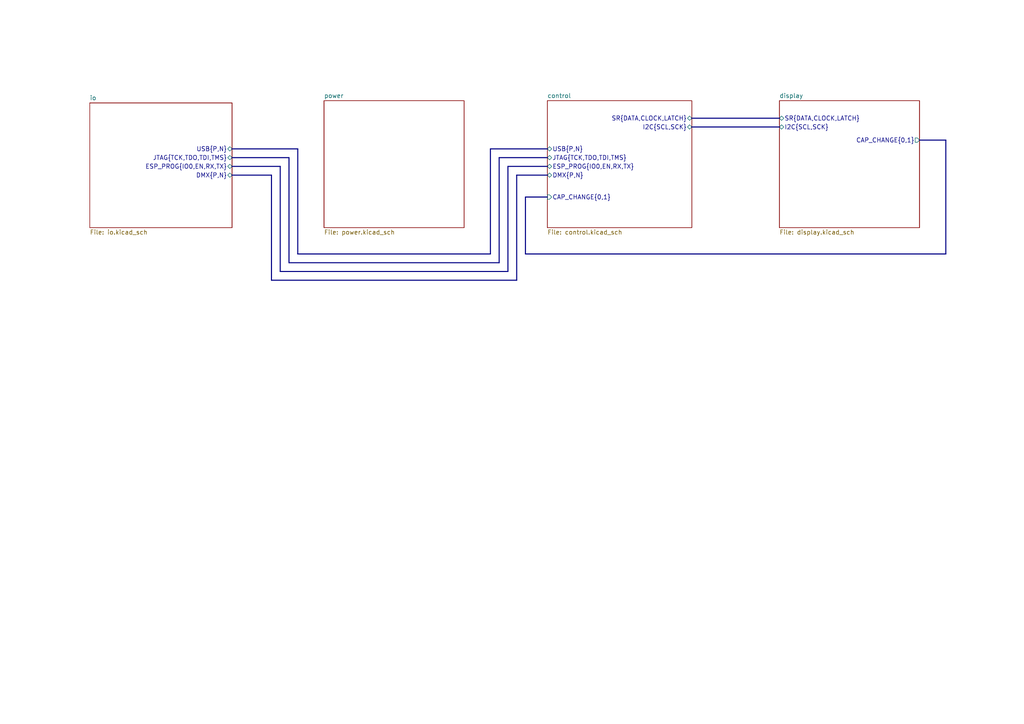
<source format=kicad_sch>
(kicad_sch (version 20230121) (generator eeschema)
  (paper "A4")
  (lib_symbols)
  (bus (pts (xy 200.66 36.83) (xy 226.06 36.83)))
  (bus (pts (xy 67.31 50.8) (xy 78.74 50.8)))
  (bus (pts (xy 144.78 76.2) (xy 144.78 45.72)))
  (bus (pts (xy 274.32 73.66) (xy 152.4 73.66)))
  (bus (pts (xy 67.31 45.72) (xy 83.82 45.72)))
  (bus (pts (xy 83.82 76.2) (xy 144.78 76.2)))
  (bus (pts (xy 142.24 43.18) (xy 142.24 73.66)))
  (bus (pts (xy 200.66 34.29) (xy 226.06 34.29)))
  (bus (pts (xy 149.86 50.8) (xy 158.75 50.8)))
  (bus (pts (xy 86.36 73.66) (xy 86.36 43.18)))
  (bus (pts (xy 144.78 45.72) (xy 158.75 45.72)))
  (bus (pts (xy 152.4 57.15) (xy 158.75 57.15)))
  (bus (pts (xy 274.32 40.64) (xy 274.32 73.66)))
  (bus (pts (xy 147.32 48.26) (xy 147.32 78.74)))
  (bus (pts (xy 147.32 78.74) (xy 81.28 78.74)))
  (bus (pts (xy 152.4 73.66) (xy 152.4 57.15)))
  (bus (pts (xy 158.75 43.18) (xy 142.24 43.18)))
  (bus (pts (xy 81.28 78.74) (xy 81.28 48.26)))
  (bus (pts (xy 78.74 81.28) (xy 149.86 81.28)))
  (bus (pts (xy 142.24 73.66) (xy 86.36 73.66)))
  (bus (pts (xy 149.86 81.28) (xy 149.86 50.8)))
  (bus (pts (xy 266.7 40.64) (xy 274.32 40.64)))
  (bus (pts (xy 158.75 48.26) (xy 147.32 48.26)))
  (bus (pts (xy 81.28 48.26) (xy 67.31 48.26)))
  (bus (pts (xy 83.82 45.72) (xy 83.82 76.2)))
  (bus (pts (xy 78.74 50.8) (xy 78.74 81.28)))
  (bus (pts (xy 86.36 43.18) (xy 67.31 43.18)))
  (sheet (at 26.035 29.845) (size 41.275 36.195) (stroke (width 0.1524))
    (property "Sheetname" "io" (at 26.035 29.1334 0) (effects (justify left bottom)))
    (property "Sheetfile" "io.kicad_sch" (at 26.035 66.6246 0) (effects (justify left top)))
    (pin "USB{P,N}" bidirectional (at 67.31 43.18 0))
    (pin "JTAG{TCK,TDO,TDI,TMS}" bidirectional (at 67.31 45.72 0))
    (pin "ESP_PROG{IO0,EN,RX,TX}" bidirectional (at 67.31 48.26 0))
    (pin "DMX{P,N}" bidirectional (at 67.31 50.8 0))
  )
  (sheet (at 93.98 29.21) (size 40.64 36.83) (stroke (width 0.1524))
    (property "Sheetname" "power" (at 93.98 28.4984 0) (effects (justify left bottom)))
    (property "Sheetfile" "power.kicad_sch" (at 93.98 66.6246 0) (effects (justify left top)))
  )
  (sheet (at 226.06 29.21) (size 40.64 36.83) (stroke (width 0.1524))
    (property "Sheetname" "display" (at 226.06 28.4984 0) (effects (justify left bottom)))
    (property "Sheetfile" "display.kicad_sch" (at 226.06 66.6246 0) (effects (justify left top)))
    (pin "I2C{SCL,SCK}" bidirectional (at 226.06 36.83 180))
    (pin "SR{DATA,CLOCK,LATCH}" bidirectional (at 226.06 34.29 180))
    (pin "CAP_CHANGE{0,1}" output (at 266.7 40.64 0))
  )
  (sheet (at 158.75 29.21) (size 41.91 36.83) (stroke (width 0.1524))
    (property "Sheetname" "control" (at 158.75 28.4984 0) (effects (justify left bottom)))
    (property "Sheetfile" "control.kicad_sch" (at 158.75 66.6246 0) (effects (justify left top)))
    (pin "JTAG{TCK,TDO,TDI,TMS}" bidirectional (at 158.75 45.72 180))
    (pin "USB{P,N}" bidirectional (at 158.75 43.18 180))
    (pin "ESP_PROG{IO0,EN,RX,TX}" bidirectional (at 158.75 48.26 180))
    (pin "SR{DATA,CLOCK,LATCH}" bidirectional (at 200.66 34.29 0))
    (pin "I2C{SCL,SCK}" bidirectional (at 200.66 36.83 0))
    (pin "DMX{P,N}" bidirectional (at 158.75 50.8 180))
    (pin "CAP_CHANGE{0,1}" input (at 158.75 57.15 180))
  )
)
</source>
